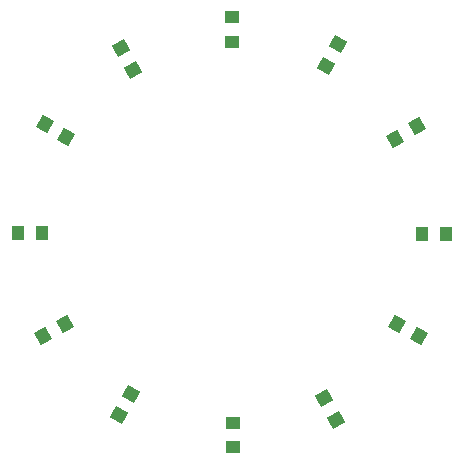
<source format=gtp>
G04*
G04 #@! TF.GenerationSoftware,Altium Limited,Altium Designer,20.1.12 (249)*
G04*
G04 Layer_Color=8421504*
%FSLAX24Y24*%
%MOIN*%
G70*
G04*
G04 #@! TF.SameCoordinates,C2A8BCA2-F393-4655-900F-186C9399D15C*
G04*
G04*
G04 #@! TF.FilePolarity,Positive*
G04*
G01*
G75*
G04:AMPARAMS|DCode=14|XSize=47.2mil|YSize=43.3mil|CornerRadius=0mil|HoleSize=0mil|Usage=FLASHONLY|Rotation=150.000|XOffset=0mil|YOffset=0mil|HoleType=Round|Shape=Rectangle|*
%AMROTATEDRECTD14*
4,1,4,0.0313,0.0069,0.0096,-0.0306,-0.0313,-0.0069,-0.0096,0.0306,0.0313,0.0069,0.0*
%
%ADD14ROTATEDRECTD14*%

G04:AMPARAMS|DCode=15|XSize=47.2mil|YSize=43.3mil|CornerRadius=0mil|HoleSize=0mil|Usage=FLASHONLY|Rotation=120.000|XOffset=0mil|YOffset=0mil|HoleType=Round|Shape=Rectangle|*
%AMROTATEDRECTD15*
4,1,4,0.0306,-0.0096,-0.0069,-0.0313,-0.0306,0.0096,0.0069,0.0313,0.0306,-0.0096,0.0*
%
%ADD15ROTATEDRECTD15*%

%ADD16R,0.0433X0.0472*%
G04:AMPARAMS|DCode=17|XSize=47.2mil|YSize=43.3mil|CornerRadius=0mil|HoleSize=0mil|Usage=FLASHONLY|Rotation=60.000|XOffset=0mil|YOffset=0mil|HoleType=Round|Shape=Rectangle|*
%AMROTATEDRECTD17*
4,1,4,0.0069,-0.0313,-0.0306,-0.0096,-0.0069,0.0313,0.0306,0.0096,0.0069,-0.0313,0.0*
%
%ADD17ROTATEDRECTD17*%

G04:AMPARAMS|DCode=18|XSize=47.2mil|YSize=43.3mil|CornerRadius=0mil|HoleSize=0mil|Usage=FLASHONLY|Rotation=30.000|XOffset=0mil|YOffset=0mil|HoleType=Round|Shape=Rectangle|*
%AMROTATEDRECTD18*
4,1,4,-0.0096,-0.0306,-0.0313,0.0069,0.0096,0.0306,0.0313,-0.0069,-0.0096,-0.0306,0.0*
%
%ADD18ROTATEDRECTD18*%

%ADD19R,0.0472X0.0433*%
D14*
X14057Y26198D02*
D03*
X13643Y25482D02*
D03*
X6743Y13832D02*
D03*
X7157Y14548D02*
D03*
D15*
X16678Y23467D02*
D03*
X15962Y23053D02*
D03*
X4242Y16473D02*
D03*
X4958Y16887D02*
D03*
D16*
X17673Y19870D02*
D03*
X16847D02*
D03*
X3377Y19910D02*
D03*
X4203D02*
D03*
D17*
X16758Y16473D02*
D03*
X16042Y16887D02*
D03*
X4282Y23527D02*
D03*
X4998Y23113D02*
D03*
D18*
X14007Y13672D02*
D03*
X13593Y14388D02*
D03*
X6823Y26068D02*
D03*
X7237Y25352D02*
D03*
D19*
X10570Y12757D02*
D03*
Y13583D02*
D03*
X10510Y27093D02*
D03*
Y26267D02*
D03*
M02*

</source>
